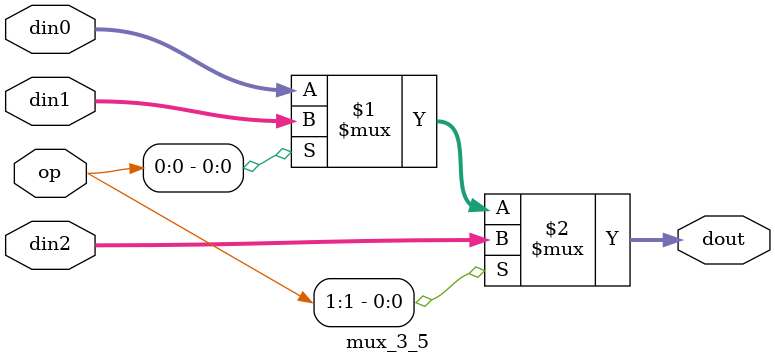
<source format=v>
module mux_2_32(op,din0,din1,dout) ;
  input           op ;
  input   [31:0]  din0 ;
  input   [31:0]  din1 ;
  output  [31:0]  dout ;
  
  assign dout = ( op == 0 ) ? din0 : din1 ;

endmodule

module mux_2_5(op,din0,din1,dout) ;
  input           op ;
  input   [4:0]  din0 ;
  input   [4:0]  din1 ;
  output  [4:0]  dout ;
  
  assign dout = op ? din1 : din0 ;

endmodule

module mux_3_32(op,din0,din1,din2,dout) ;
  input   [1:0]  op ;
  input   [31:0]  din0 ;
  input   [31:0]  din1 ;
  input   [31:0]  din2 ;
  output  [31:0]  dout ;
  
  assign dout = op[1] ? din2 : 
                op[0] ? din1 :
                        din0 ;

endmodule

module mux_4_32(op,din0,din1,din2,din3,dout) ;
  input   [1:0]  op ;
  input   [31:0]  din0 ;
  input   [31:0]  din1 ;
  input   [31:0]  din2 ;
  input   [31:0]  din3 ;
  output  [31:0]  dout ;
  
  assign dout = ( op == 2'd3 ) ? din3 : 
				( op == 2'd2 ) ? din2 :
                ( op == 2'd1 ) ? din1 :
                ( op == 2'd0 ) ? din0 :
				32'b0 ;

endmodule

module mux_6_32(op,din0,din1,din2,din3,din4,din5,dout) ;
	input   [2:0]  op ;
	input   [31:0]  din0 ;
	input   [31:0]  din1 ;
	input   [31:0]  din2 ;
	input   [31:0]  din3 ;
	input   [31:0]  din4 ;
	input   [31:0]  din5 ;
	output  [31:0]  dout ;
  
	assign dout = 	( op == 3'h0 ) ? din0 : 
					( op == 3'h1 ) ? din1 : 
					( op == 3'h2 ) ? din2 : 
					( op == 3'h3 ) ? din3 : 
					( op == 3'h4 ) ? din4 : 
					( op == 3'h5 ) ? din5 : 
					0 ;

endmodule

module mux_3_5(op,din0,din1,din2,dout) ;
  input   [1:0]  op ;
  input   [4:0]  din0 ;
  input   [4:0]  din1 ;
  input   [4:0]  din2 ;
  output  [4:0]  dout ;
  
  assign dout = op[1] ? din2 : 
                op[0] ? din1 :
                        din0 ;

endmodule
</source>
